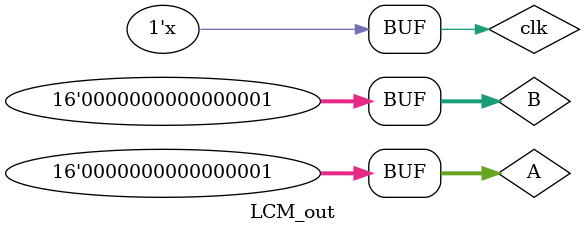
<source format=v>
`timescale 1ns / 1ps


module LCM_out;

	// Inputs
	reg [15:0] A;
	reg [15:0] B;
	reg clk;

	// Outputs
	wire [15:0] LCM_out;

	// Instantiate the Unit Under Test (UUT)
	LCM uut (
		.A(A), 
		.B(B), 
		.clk(clk), 
		.LCM_out(LCM_out)
	);

	
		always #5 clk=~clk;
	initial begin
		// Initialize Inputs
		A = 0;
		B = 0;
		clk = 0;
		// Wait 100 ns for global reset to finish
		#100;
        A=4;
		  B=6;
		  #50;
		  A=4;
		  B=8;
		  #50;
		  A=3;
		  B=5;
		  #50;
		  A=1;
		  B=1;
		  #50;
		  
		// Add stimulus here

	end
      
endmodule


</source>
